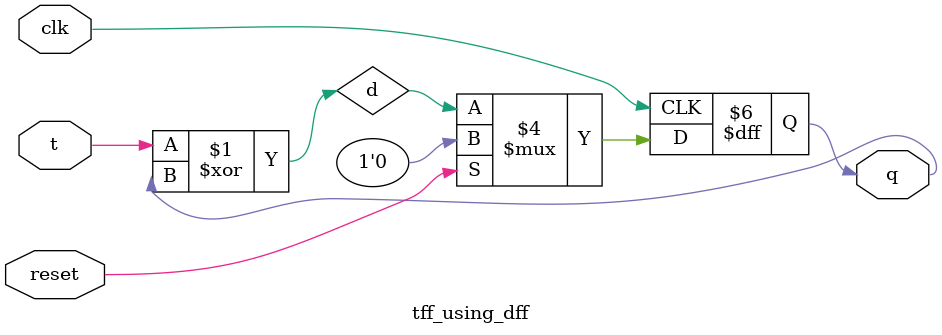
<source format=v>
module tff_using_dff (
    input  wire clk,
    input  wire reset,   // synchronous reset
    input  wire t,       // toggle input
    output reg  q
);

    wire d;

    // T to D conversion
    assign d = t ^ q;

    // D flip-flop
    always @(posedge clk) begin
        if (reset)
            q <= 1'b0;
        else
            q <= d;
    end

endmodule

</source>
